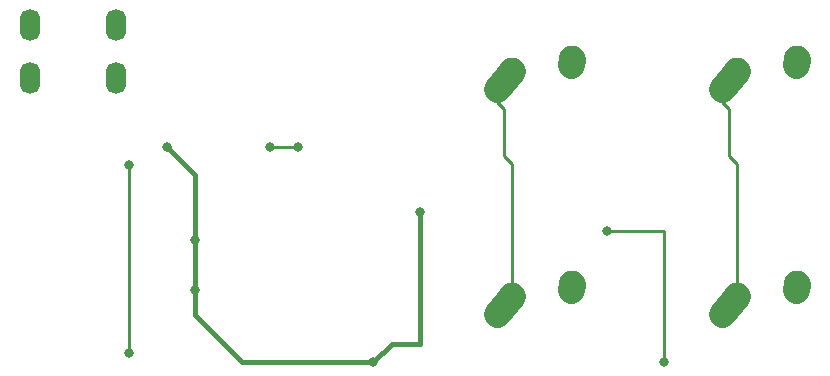
<source format=gtl>
G04 #@! TF.GenerationSoftware,KiCad,Pcbnew,(5.1.5)-3*
G04 #@! TF.CreationDate,2020-07-11T00:43:04+09:00*
G04 #@! TF.ProjectId,kicad-pcb-01,6b696361-642d-4706-9362-2d30312e6b69,rev?*
G04 #@! TF.SameCoordinates,Original*
G04 #@! TF.FileFunction,Copper,L1,Top*
G04 #@! TF.FilePolarity,Positive*
%FSLAX46Y46*%
G04 Gerber Fmt 4.6, Leading zero omitted, Abs format (unit mm)*
G04 Created by KiCad (PCBNEW (5.1.5)-3) date 2020-07-11 00:43:04*
%MOMM*%
%LPD*%
G04 APERTURE LIST*
%ADD10O,1.700000X2.700000*%
%ADD11C,2.250000*%
%ADD12C,2.250000*%
%ADD13C,0.800000*%
%ADD14C,0.381000*%
%ADD15C,0.254000*%
G04 APERTURE END LIST*
D10*
X105093750Y-105568750D03*
X112393750Y-105568750D03*
X112393750Y-110068750D03*
X105093750Y-110068750D03*
D11*
X164981250Y-128556250D03*
D12*
X163671250Y-130016250D02*
X164981252Y-128556250D01*
D11*
X170021250Y-127476250D03*
D12*
X169981250Y-128056250D02*
X170021250Y-127476250D01*
D11*
X164981250Y-109506250D03*
D12*
X163671250Y-110966250D02*
X164981252Y-109506250D01*
D11*
X170021250Y-108426250D03*
D12*
X169981250Y-109006250D02*
X170021250Y-108426250D01*
D11*
X145931250Y-128556250D03*
D12*
X144621250Y-130016250D02*
X145931252Y-128556250D01*
D11*
X150971250Y-127476250D03*
D12*
X150931250Y-128056250D02*
X150971250Y-127476250D01*
D11*
X145931250Y-109506250D03*
D12*
X144621250Y-110966250D02*
X145931252Y-109506250D01*
D11*
X150971250Y-108426250D03*
D12*
X150931250Y-109006250D02*
X150971250Y-108426250D01*
D13*
X116681250Y-115887500D03*
X119062500Y-128063250D03*
X119062500Y-123825000D03*
X134143750Y-134143750D03*
X138112500Y-121443750D03*
X127793750Y-115887500D03*
X125412500Y-115887500D03*
X158750000Y-134143750D03*
X153987500Y-123031250D03*
X113506250Y-133350000D03*
X113506250Y-117475000D03*
D14*
X116681250Y-115887500D02*
X119062500Y-118268750D01*
X119062500Y-118268750D02*
X119062500Y-123825000D01*
X119062500Y-123825000D02*
X119062500Y-128063250D01*
X119062500Y-128063250D02*
X119062500Y-130175000D01*
X119062500Y-130175000D02*
X123031250Y-134143750D01*
X123031250Y-134143750D02*
X134143750Y-134143750D01*
X135731250Y-132556250D02*
X134143750Y-134143750D01*
X138112500Y-121443750D02*
X138112500Y-132556250D01*
X138112500Y-132556250D02*
X135731250Y-132556250D01*
D15*
X127793750Y-115887500D02*
X125412500Y-115887500D01*
X158750000Y-134143750D02*
X158750000Y-123031250D01*
X158750000Y-123031250D02*
X153987500Y-123031250D01*
X144621250Y-110966250D02*
X144621250Y-112077500D01*
X144621250Y-112077500D02*
X145256250Y-112712500D01*
X145256250Y-112712500D02*
X145256250Y-116681250D01*
X145931250Y-117356250D02*
X145931250Y-128556250D01*
X145256250Y-116681250D02*
X145931250Y-117356250D01*
X163671250Y-110966250D02*
X163671250Y-112077500D01*
X163671250Y-112077500D02*
X164306250Y-112712500D01*
X164306250Y-112712500D02*
X164306250Y-116681250D01*
X164981250Y-117356250D02*
X164981250Y-128556250D01*
X164306250Y-116681250D02*
X164981250Y-117356250D01*
X113506250Y-133350000D02*
X113506250Y-117475000D01*
M02*

</source>
